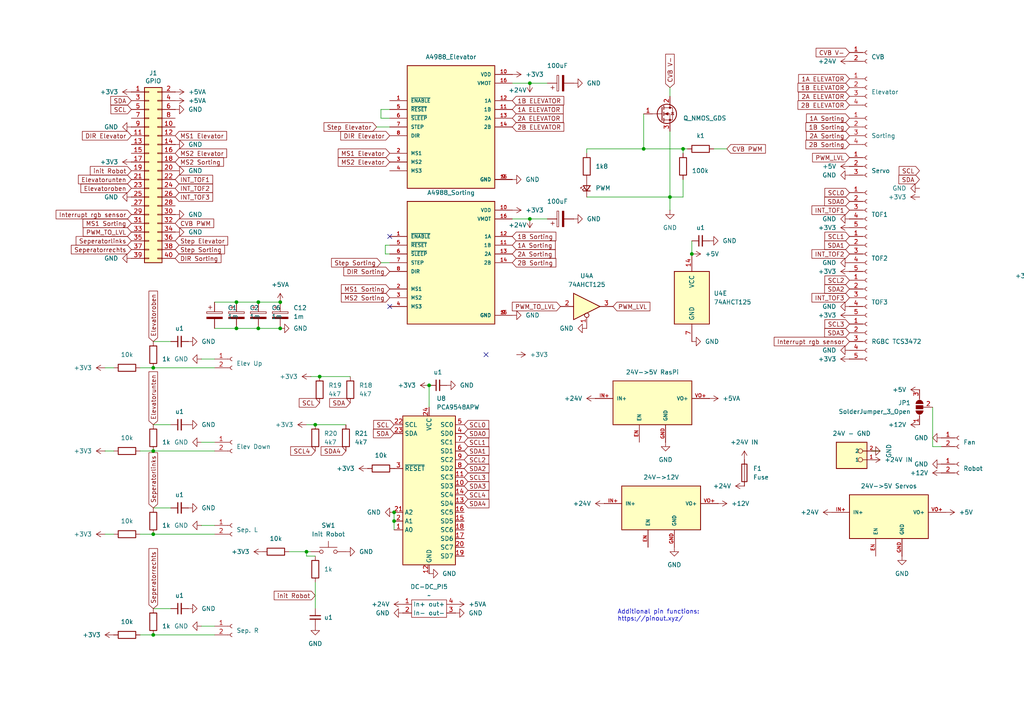
<source format=kicad_sch>
(kicad_sch (version 20250114) (generator "eeschema") (generator_version "9.0")
  (paper "A4")
  (title_block (date "15 nov 2012"))
  (text "Additional pin functions:\nhttps://pinout.xyz/" (at 179.07 180.34 0) (effects (font (size 1.27 1.27)) (justify left bottom)))
  (junction (at 332.74 95.25))
  (junction (at 68.58 95.25))
  (junction (at 334.01 101.6))
  (junction (at 341.63 101.6))
  (junction (at 44.45 184.15))
  (junction (at 44.45 154.94))
  (junction (at 200.66 73.66))
  (junction (at 153.67 24.13))
  (junction (at -39.37 91.44))
  (junction (at 303.53 85.09))
  (junction (at 81.28 95.25))
  (junction (at 124.46 111.76))
  (junction (at 114.3 148.59))
  (junction (at 186.69 43.18))
  (junction (at 332.74 100.33))
  (junction (at 198.12 43.18))
  (junction (at 92.71 109.22))
  (junction (at 341.63 80.01))
  (junction (at 320.04 114.3))
  (junction (at 309.88 80.01))
  (junction (at 303.53 80.01))
  (junction (at 91.44 123.19))
  (junction (at 88.9 160.02))
  (junction (at 332.74 88.9))
  (junction (at -39.37 59.69))
  (junction (at 332.74 93.98))
  (junction (at 74.93 95.25))
  (junction (at 317.5 114.3))
  (junction (at 44.45 130.81))
  (junction (at 114.3 151.13))
  (junction (at -39.37 76.2))
  (junction (at 194.31 57.15))
  (junction (at 81.28 87.63))
  (junction (at 44.45 106.68))
  (junction (at 153.67 63.5))
  (junction (at 74.93 87.63))
  (junction (at 330.2 114.3))
  (junction (at 334.01 114.3))
  (junction (at 68.58 87.63))
  (no_connect (at 307.34 100.33))
  (no_connect (at 140.97 102.87))
  (no_connect (at 307.34 102.87))
  (no_connect (at 113.03 88.9))
  (no_connect (at 113.03 68.58))
  (no_connect (at 307.34 96.52))
  (wire (pts (xy 199.39 43.18) (xy 198.12 43.18)))
  (wire (pts (xy 40.64 130.81) (xy 44.45 130.81)))
  (wire (pts (xy 110.49 31.75) (xy 110.49 34.29)))
  (wire (pts (xy 332.74 95.25) (xy 337.82 95.25)))
  (wire (pts (xy 330.2 91.44) (xy 330.2 88.9)))
  (wire (pts (xy 91.44 123.19) (xy 100.33 123.19)))
  (wire (pts (xy 341.63 106.68) (xy 341.63 114.3)))
  (wire (pts (xy 337.82 96.52) (xy 337.82 95.25)))
  (wire (pts (xy 349.25 88.9) (xy 345.44 88.9)))
  (wire (pts (xy 332.74 100.33) (xy 337.82 100.33)))
  (wire (pts (xy 110.49 34.29) (xy 113.03 34.29)))
  (wire (pts (xy 186.69 33.02) (xy 186.69 43.18)))
  (wire (pts (xy 92.71 109.22) (xy 101.6 109.22)))
  (wire (pts (xy 320.04 80.01) (xy 341.63 80.01)))
  (wire (pts (xy 345.44 93.98) (xy 347.98 93.98)))
  (wire (pts (xy 320.04 86.36) (xy 320.04 80.01)))
  (wire (pts (xy 270.51 129.54) (xy 270.51 118.11)))
  (wire (pts (xy 44.45 130.81) (xy 62.23 130.81)))
  (wire (pts (xy 334.01 114.3) (xy 330.2 114.3)))
  (wire (pts (xy 62.23 87.63) (xy 68.58 87.63)))
  (wire (pts (xy 255.27 130.81) (xy 252.73 130.81)))
  (wire (pts (xy 307.34 106.68) (xy 307.34 109.22)))
  (wire (pts (xy 91.44 161.29) (xy 88.9 161.29)))
  (wire (pts (xy 153.67 63.5) (xy 158.75 63.5)))
  (wire (pts (xy 303.53 85.09) (xy 309.88 85.09)))
  (wire (pts (xy 68.58 87.63) (xy 74.93 87.63)))
  (wire (pts (xy 113.03 31.75) (xy 110.49 31.75)))
  (wire (pts (xy 40.64 154.94) (xy 44.45 154.94)))
  (wire (pts (xy 58.42 181.61) (xy 62.23 181.61)))
  (wire (pts (xy 341.63 80.01) (xy 351.79 80.01)))
  (wire (pts (xy 148.59 63.5) (xy 153.67 63.5)))
  (wire (pts (xy 346.71 102.87) (xy 346.71 96.52)))
  (wire (pts (xy 111.76 71.12) (xy 111.76 73.66)))
  (wire (pts (xy 153.67 24.13) (xy 158.75 24.13)))
  (wire (pts (xy 74.93 95.25) (xy 81.28 95.25)))
  (wire (pts (xy 30.48 106.68) (xy 33.02 106.68)))
  (wire (pts (xy 114.3 148.59) (xy 114.3 151.13)))
  (wire (pts (xy 345.44 105.41) (xy 351.79 105.41)))
  (wire (pts (xy 320.04 110.49) (xy 320.04 114.3)))
  (wire (pts (xy -31.75 97.79) (xy -39.37 97.79)))
  (wire (pts (xy 330.2 93.98) (xy 332.74 93.98)))
  (wire (pts (xy 44.45 154.94) (xy 62.23 154.94)))
  (wire (pts (xy 170.18 57.15) (xy 194.31 57.15)))
  (wire (pts (xy 351.79 95.25) (xy 360.68 95.25)))
  (wire (pts (xy 255.27 133.35) (xy 252.73 133.35)))
  (wire (pts (xy 113.03 71.12) (xy 111.76 71.12)))
  (wire (pts (xy 307.34 114.3) (xy 317.5 114.3)))
  (wire (pts (xy -39.37 82.55) (xy -39.37 76.2)))
  (wire (pts (xy 330.2 99.06) (xy 330.2 100.33)))
  (wire (pts (xy 44.45 123.19) (xy 49.53 123.19)))
  (wire (pts (xy 200.66 69.85) (xy 200.66 73.66)))
  (wire (pts (xy 317.5 114.3) (xy 317.5 110.49)))
  (wire (pts (xy 194.31 25.4) (xy 194.31 27.94)))
  (wire (pts (xy 194.31 57.15) (xy 194.31 60.96)))
  (wire (pts (xy 337.82 99.06) (xy 337.82 100.33)))
  (wire (pts (xy 62.23 95.25) (xy 68.58 95.25)))
  (wire (pts (xy 68.58 95.25) (xy 74.93 95.25)))
  (wire (pts (xy 88.9 161.29) (xy 88.9 160.02)))
  (wire (pts (xy 58.42 152.4) (xy 62.23 152.4)))
  (wire (pts (xy 332.74 88.9) (xy 337.82 88.9)))
  (wire (pts (xy 44.45 99.06) (xy 49.53 99.06)))
  (wire (pts (xy 74.93 87.63) (xy 81.28 87.63)))
  (wire (pts (xy -39.37 91.44) (xy -39.37 97.79)))
  (wire (pts (xy 111.76 73.66) (xy 113.03 73.66)))
  (wire (pts (xy -39.37 66.04) (xy -39.37 59.69)))
  (wire (pts (xy 194.31 57.15) (xy 198.12 57.15)))
  (wire (pts (xy 349.25 88.9) (xy 349.25 97.79)))
  (wire (pts (xy 332.74 93.98) (xy 337.82 93.98)))
  (wire (pts (xy 194.31 38.1) (xy 194.31 57.15)))
  (wire (pts (xy -31.75 82.55) (xy -39.37 82.55)))
  (wire (pts (xy 90.17 160.02) (xy 88.9 160.02)))
  (wire (pts (xy 124.46 111.76) (xy 124.46 118.11)))
  (wire (pts (xy 109.22 36.83) (xy 113.03 36.83)))
  (wire (pts (xy 330.2 95.25) (xy 332.74 95.25)))
  (wire (pts (xy 309.88 80.01) (xy 317.5 80.01)))
  (wire (pts (xy 88.9 123.19) (xy 91.44 123.19)))
  (wire (pts (xy 186.69 43.18) (xy 198.12 43.18)))
  (wire (pts (xy 91.44 168.91) (xy 91.44 176.53)))
  (wire (pts (xy 170.18 43.18) (xy 170.18 44.45)))
  (wire (pts (xy 207.01 43.18) (xy 210.82 43.18)))
  (wire (pts (xy 44.45 184.15) (xy 62.23 184.15)))
  (wire (pts (xy 330.2 114.3) (xy 320.04 114.3)))
  (wire (pts (xy 44.45 176.53) (xy 49.53 176.53)))
  (wire (pts (xy 347.98 100.33) (xy 351.79 100.33)))
  (wire (pts (xy 351.79 80.01) (xy 351.79 92.71)))
  (wire (pts (xy 198.12 57.15) (xy 198.12 52.07)))
  (wire (pts (xy 88.9 160.02) (xy 83.82 160.02)))
  (wire (pts (xy 334.01 106.68) (xy 334.01 114.3)))
  (wire (pts (xy 317.5 80.01) (xy 317.5 86.36)))
  (wire (pts (xy 351.79 102.87) (xy 346.71 102.87)))
  (wire (pts (xy 330.2 100.33) (xy 332.74 100.33)))
  (wire (pts (xy 334.01 101.6) (xy 341.63 101.6)))
  (wire (pts (xy 341.63 114.3) (xy 334.01 114.3)))
  (wire (pts (xy 40.64 184.15) (xy 44.45 184.15)))
  (wire (pts (xy 90.17 109.22) (xy 92.71 109.22)))
  (wire (pts (xy 347.98 93.98) (xy 347.98 100.33)))
  (wire (pts (xy 346.71 96.52) (xy 345.44 96.52)))
  (wire (pts (xy 320.04 114.3) (xy 317.5 114.3)))
  (wire (pts (xy -31.75 66.04) (xy -39.37 66.04)))
  (wire (pts (xy 170.18 43.18) (xy 186.69 43.18)))
  (wire (pts (xy 110.49 76.2) (xy 113.03 76.2)))
  (wire (pts (xy 44.45 106.68) (xy 62.23 106.68)))
  (wire (pts (xy 349.25 97.79) (xy 351.79 97.79)))
  (wire (pts (xy 30.48 130.81) (xy 33.02 130.81)))
  (wire (pts (xy 330.2 96.52) (xy 330.2 95.25)))
  (wire (pts (xy 198.12 43.18) (xy 198.12 44.45)))
  (wire (pts (xy 273.05 129.54) (xy 270.51 129.54)))
  (wire (pts (xy 44.45 147.32) (xy 49.53 147.32)))
  (wire (pts (xy 330.2 101.6) (xy 334.01 101.6)))
  (wire (pts (xy 40.64 106.68) (xy 44.45 106.68)))
  (wire (pts (xy 303.53 80.01) (xy 309.88 80.01)))
  (wire (pts (xy 341.63 80.01) (xy 341.63 101.6)))
  (wire (pts (xy 114.3 151.13) (xy 114.3 153.67)))
  (wire (pts (xy 330.2 104.14) (xy 330.2 114.3)))
  (wire (pts (xy 58.42 128.27) (xy 62.23 128.27)))
  (wire (pts (xy 330.2 88.9) (xy 332.74 88.9)))
  (wire (pts (xy 345.44 99.06) (xy 345.44 105.41)))
  (wire (pts (xy 148.59 24.13) (xy 153.67 24.13)))
  (wire (pts (xy 58.42 104.14) (xy 62.23 104.14)))
  (wire (pts (xy 30.48 154.94) (xy 33.02 154.94)))
  (global_label "SCL3" (shape input) (at 134.62 138.43 0) (property "Intersheetrefs" "${INTERSHEET_REFS}" (effects (hide yes))))
  (global_label "INT_TOF3" (shape input) (at 246.38 86.36 180) (property "Intersheetrefs" "${INTERSHEET_REFS}" (effects (hide yes))))
  (global_label "SDA4" (shape input) (at 134.62 146.05 0) (property "Intersheetrefs" "${INTERSHEET_REFS}" (effects (hide yes))))
  (global_label "2B Sorting" (shape input) (at 246.38 41.91 180) (property "Intersheetrefs" "${INTERSHEET_REFS}" (effects (hide yes))))
  (global_label "INT_TOF1" (shape input) (at 246.38 60.96 180) (property "Intersheetrefs" "${INTERSHEET_REFS}" (effects (hide yes))))
  (global_label "1A Sorting" (shape input) (at 148.59 71.12 0) (property "Intersheetrefs" "${INTERSHEET_REFS}" (effects (hide yes))))
  (global_label "2A ELEVATOR" (shape input) (at 246.38 27.94 180) (property "Intersheetrefs" "${INTERSHEET_REFS}" (effects (hide yes))))
  (global_label "INT_TOF3" (shape input) (at 50.8 57.15 0) (property "Intersheetrefs" "${INTERSHEET_REFS}" (effects (hide yes))))
  (global_label "MS1 Sorting" (shape input) (at 113.03 83.82 180) (property "Intersheetrefs" "${INTERSHEET_REFS}" (effects (hide yes))))
  (global_label "PWM_TO_LVL" (shape input) (at 162.56 88.9 180) (property "Intersheetrefs" "${INTERSHEET_REFS}" (effects (hide yes))))
  (global_label "SCL0" (shape input) (at 134.62 123.19 0) (property "Intersheetrefs" "${INTERSHEET_REFS}" (effects (hide yes))))
  (global_label "Elevatorunten" (shape input) (at 38.1 52.07 180) (property "Intersheetrefs" "${INTERSHEET_REFS}" (effects (hide yes))))
  (global_label "MS1 Sorting" (shape input) (at 38.1 64.77 180) (property "Intersheetrefs" "${INTERSHEET_REFS}" (effects (hide yes))))
  (global_label "Seperatorrechts" (shape input) (at 44.45 176.53 90) (property "Intersheetrefs" "${INTERSHEET_REFS}" (effects (hide yes))))
  (global_label "1B Sorting" (shape input) (at 246.38 36.83 180) (property "Intersheetrefs" "${INTERSHEET_REFS}" (effects (hide yes))))
  (global_label "CVB PWM" (shape input) (at 50.8 64.77 0) (property "Intersheetrefs" "${INTERSHEET_REFS}" (effects (hide yes))))
  (global_label "Step Sorting" (shape input) (at 110.49 76.2 180) (property "Intersheetrefs" "${INTERSHEET_REFS}" (effects (hide yes))))
  (global_label "SDA0" (shape input) (at 134.62 125.73 0) (property "Intersheetrefs" "${INTERSHEET_REFS}" (effects (hide yes))))
  (global_label "Seperatorlinks" (shape input) (at 38.1 69.85 180) (property "Intersheetrefs" "${INTERSHEET_REFS}" (effects (hide yes))))
  (global_label "CVB V-" (shape input) (at 246.38 15.24 180) (property "Intersheetrefs" "${INTERSHEET_REFS}" (effects (hide yes))))
  (global_label "Seperatorrechts" (shape input) (at 38.1 72.39 180) (property "Intersheetrefs" "${INTERSHEET_REFS}" (effects (hide yes))))
  (global_label "DIR Elevator" (shape input) (at 38.1 39.37 180) (property "Intersheetrefs" "${INTERSHEET_REFS}" (effects (hide yes))))
  (global_label "init Robot" (shape input) (at 38.1 49.53 180) (property "Intersheetrefs" "${INTERSHEET_REFS}" (effects (hide yes))))
  (global_label "SCL" (shape input) (at 92.71 116.84 180) (property "Intersheetrefs" "${INTERSHEET_REFS}" (effects (hide yes))))
  (global_label "SDA2" (shape input) (at 134.62 135.89 0) (property "Intersheetrefs" "${INTERSHEET_REFS}" (effects (hide yes))))
  (global_label "Interrupt rgb sensor" (shape input) (at 38.1 62.23 180) (property "Intersheetrefs" "${INTERSHEET_REFS}" (effects (hide yes))))
  (global_label "2B Sorting" (shape input) (at 148.59 76.2 0) (property "Intersheetrefs" "${INTERSHEET_REFS}" (effects (hide yes))))
  (global_label "CVB V-" (shape input) (at 194.31 25.4 90) (property "Intersheetrefs" "${INTERSHEET_REFS}" (effects (hide yes))))
  (global_label "Interrupt rgb sensor" (shape input) (at 246.38 99.06 180) (property "Intersheetrefs" "${INTERSHEET_REFS}" (effects (hide yes))))
  (global_label "Elevatoroben" (shape input) (at 44.45 99.06 90) (property "Intersheetrefs" "${INTERSHEET_REFS}" (effects (hide yes))))
  (global_label "DIR Elevator" (shape input) (at 113.03 39.37 180) (property "Intersheetrefs" "${INTERSHEET_REFS}" (effects (hide yes))))
  (global_label "DIR Sorting" (shape input) (at 50.8 74.93 0) (property "Intersheetrefs" "${INTERSHEET_REFS}" (effects (hide yes))))
  (global_label "Step Sorting" (shape input) (at 50.8 72.39 0) (property "Intersheetrefs" "${INTERSHEET_REFS}" (effects (hide yes))))
  (global_label "2B ELEVATOR" (shape input) (at 148.59 36.83 0) (property "Intersheetrefs" "${INTERSHEET_REFS}" (effects (hide yes))))
  (global_label "SDA3" (shape input) (at 134.62 140.97 0) (property "Intersheetrefs" "${INTERSHEET_REFS}" (effects (hide yes))))
  (global_label "SDA" (shape input) (at 266.7 52.07 180) (property "Intersheetrefs" "${INTERSHEET_REFS}" (effects (hide yes))))
  (global_label "PWM_LVL" (shape input) (at 177.8 88.9 0) (property "Intersheetrefs" "${INTERSHEET_REFS}" (effects (hide yes))))
  (global_label "SDA" (shape input) (at 38.1 29.21 180) (property "Intersheetrefs" "${INTERSHEET_REFS}" (effects (hide yes))))
  (global_label "SCL1" (shape input) (at 134.62 128.27 0) (property "Intersheetrefs" "${INTERSHEET_REFS}" (effects (hide yes))))
  (global_label "DIR Sorting" (shape input) (at 113.03 78.74 180) (property "Intersheetrefs" "${INTERSHEET_REFS}" (effects (hide yes))))
  (global_label "SDA3" (shape input) (at 246.38 96.52 180) (property "Intersheetrefs" "${INTERSHEET_REFS}" (effects (hide yes))))
  (global_label "SDA4" (shape input) (at 307.34 93.98 180) (property "Intersheetrefs" "${INTERSHEET_REFS}" (effects (hide yes))))
  (global_label "SDA4" (shape input) (at 100.33 130.81 180) (property "Intersheetrefs" "${INTERSHEET_REFS}" (effects (hide yes))))
  (global_label "SDA2" (shape input) (at 246.38 83.82 180) (property "Intersheetrefs" "${INTERSHEET_REFS}" (effects (hide yes))))
  (global_label "PWM_TO_LVL" (shape input) (at 38.1 67.31 180) (property "Intersheetrefs" "${INTERSHEET_REFS}" (effects (hide yes))))
  (global_label "PWM_LVL" (shape input) (at 246.38 45.72 180) (property "Intersheetrefs" "${INTERSHEET_REFS}" (effects (hide yes))))
  (global_label "Step Elevator" (shape input) (at 109.22 36.83 180) (property "Intersheetrefs" "${INTERSHEET_REFS}" (effects (hide yes))))
  (global_label "SCL" (shape input) (at 114.3 123.19 180) (property "Intersheetrefs" "${INTERSHEET_REFS}" (effects (hide yes))))
  (global_label "Seperatorlinks" (shape input) (at 44.45 147.32 90) (property "Intersheetrefs" "${INTERSHEET_REFS}" (effects (hide yes))))
  (global_label "2B ELEVATOR" (shape input) (at 246.38 30.48 180) (property "Intersheetrefs" "${INTERSHEET_REFS}" (effects (hide yes))))
  (global_label "Elevatoroben" (shape input) (at 38.1 54.61 180) (property "Intersheetrefs" "${INTERSHEET_REFS}" (effects (hide yes))))
  (global_label "init Robot" (shape input) (at 91.44 172.72 180) (property "Intersheetrefs" "${INTERSHEET_REFS}" (effects (hide yes))))
  (global_label "SCL3" (shape input) (at 246.38 93.98 180) (property "Intersheetrefs" "${INTERSHEET_REFS}" (effects (hide yes))))
  (global_label "SDA1" (shape input) (at 134.62 130.81 0) (property "Intersheetrefs" "${INTERSHEET_REFS}" (effects (hide yes))))
  (global_label "MS1 Elevator" (shape input) (at 50.8 39.37 0) (property "Intersheetrefs" "${INTERSHEET_REFS}" (effects (hide yes))))
  (global_label "MS1 Elevator" (shape input) (at 113.03 44.45 180) (property "Intersheetrefs" "${INTERSHEET_REFS}" (effects (hide yes))))
  (global_label "INT_TOF1" (shape input) (at 50.8 52.07 0) (property "Intersheetrefs" "${INTERSHEET_REFS}" (effects (hide yes))))
  (global_label "SCL2" (shape input) (at 134.62 133.35 0) (property "Intersheetrefs" "${INTERSHEET_REFS}" (effects (hide yes))))
  (global_label "SCL4" (shape input) (at 134.62 143.51 0) (property "Intersheetrefs" "${INTERSHEET_REFS}" (effects (hide yes))))
  (global_label "1A ELEVATOR" (shape input) (at 148.59 31.75 0) (property "Intersheetrefs" "${INTERSHEET_REFS}" (effects (hide yes))))
  (global_label "SCL1" (shape input) (at 246.38 68.58 180) (property "Intersheetrefs" "${INTERSHEET_REFS}" (effects (hide yes))))
  (global_label "MS2 Elevator" (shape input) (at 50.8 44.45 0) (property "Intersheetrefs" "${INTERSHEET_REFS}" (effects (hide yes))))
  (global_label "1A Sorting" (shape input) (at 246.38 34.29 180) (property "Intersheetrefs" "${INTERSHEET_REFS}" (effects (hide yes))))
  (global_label "Step Elevator" (shape input) (at 50.8 69.85 0) (property "Intersheetrefs" "${INTERSHEET_REFS}" (effects (hide yes))))
  (global_label "SCL" (shape input) (at 38.1 31.75 180) (property "Intersheetrefs" "${INTERSHEET_REFS}" (effects (hide yes))))
  (global_label "2A Sorting" (shape input) (at 246.38 39.37 180) (property "Intersheetrefs" "${INTERSHEET_REFS}" (effects (hide yes))))
  (global_label "1B ELEVATOR" (shape input) (at 148.59 29.21 0) (property "Intersheetrefs" "${INTERSHEET_REFS}" (effects (hide yes))))
  (global_label "MS2 Sorting" (shape input) (at 113.03 86.36 180) (property "Intersheetrefs" "${INTERSHEET_REFS}" (effects (hide yes))))
  (global_label "SDA" (shape input) (at 101.6 116.84 180) (property "Intersheetrefs" "${INTERSHEET_REFS}" (effects (hide yes))))
  (global_label "MS2 Elevator" (shape input) (at 113.03 46.99 180) (property "Intersheetrefs" "${INTERSHEET_REFS}" (effects (hide yes))))
  (global_label "INT_TOF2" (shape input) (at 50.8 54.61 0) (property "Intersheetrefs" "${INTERSHEET_REFS}" (effects (hide yes))))
  (global_label "CVB PWM" (shape input) (at 210.82 43.18 0) (property "Intersheetrefs" "${INTERSHEET_REFS}" (effects (hide yes))))
  (global_label "SCL2" (shape input) (at 246.38 81.28 180) (property "Intersheetrefs" "${INTERSHEET_REFS}" (effects (hide yes))))
  (global_label "1B ELEVATOR" (shape input) (at 246.38 25.4 180) (property "Intersheetrefs" "${INTERSHEET_REFS}" (effects (hide yes))))
  (global_label "Elevatorunten" (shape input) (at 44.45 123.19 90) (property "Intersheetrefs" "${INTERSHEET_REFS}" (effects (hide yes))))
  (global_label "SCL4" (shape input) (at 307.34 91.44 180) (property "Intersheetrefs" "${INTERSHEET_REFS}" (effects (hide yes))))
  (global_label "SDA0" (shape input) (at 246.38 58.42 180) (property "Intersheetrefs" "${INTERSHEET_REFS}" (effects (hide yes))))
  (global_label "INT_TOF2" (shape input) (at 246.38 73.66 180) (property "Intersheetrefs" "${INTERSHEET_REFS}" (effects (hide yes))))
  (global_label "1A ELEVATOR" (shape input) (at 246.38 22.86 180) (property "Intersheetrefs" "${INTERSHEET_REFS}" (effects (hide yes))))
  (global_label "2A ELEVATOR" (shape input) (at 148.59 34.29 0) (property "Intersheetrefs" "${INTERSHEET_REFS}" (effects (hide yes))))
  (global_label "SCL0" (shape input) (at 246.38 55.88 180) (property "Intersheetrefs" "${INTERSHEET_REFS}" (effects (hide yes))))
  (global_label "SDA1" (shape input) (at 246.38 71.12 180) (property "Intersheetrefs" "${INTERSHEET_REFS}" (effects (hide yes))))
  (global_label "2A Sorting" (shape input) (at 148.59 73.66 0) (property "Intersheetrefs" "${INTERSHEET_REFS}" (effects (hide yes))))
  (global_label "MS2 Sorting" (shape input) (at 50.8 46.99 0) (property "Intersheetrefs" "${INTERSHEET_REFS}" (effects (hide yes))))
  (global_label "SCL" (shape input) (at 266.7 49.53 180) (property "Intersheetrefs" "${INTERSHEET_REFS}" (effects (hide yes))))
  (global_label "1B Sorting" (shape input) (at 148.59 68.58 0) (property "Intersheetrefs" "${INTERSHEET_REFS}" (effects (hide yes))))
  (global_label "SCL4" (shape input) (at 91.44 130.81 180) (property "Intersheetrefs" "${INTERSHEET_REFS}" (effects (hide yes))))
  (global_label "SDA" (shape input) (at 114.3 125.73 180) (property "Intersheetrefs" "${INTERSHEET_REFS}" (effects (hide yes))))
  (symbol (lib_id "Connector_Generic:Conn_02x20_Odd_Even") (at 43.18 49.53 0) (unit 1)
    (property "Reference" "J1" (at 44.45 21.1898 0))
    (property "Value" "GPIO" (at 44.45 23.495 0))
    (property "Footprint" "Connector_PinSocket_2.54mm:PinSocket_2x20_P2.54mm_Vertical" (effects (hide yes)))
    (property "Description" "Generic connector, double row, 02x20, odd/even pin numbering scheme (row 1 odd numbers, row 2 even numbers), script generated (kicad-library-utils/schlib/autogen/connector/)" (effects (hide yes)))
  )
  (symbol (lib_id "Device:R") (at 198.12 48.26 180) (unit 1)
    (property "Reference" "R3" (effects (hide yes)))
    (property "Value" "100k" (at 200.66 49.5299 0) (effects (justify right)))
    (property "Footprint" "Resistor_SMD:R_0805_2012Metric_Pad1.20x1.40mm_HandSolder" (effects (hide yes)))
    (property "Description" "Resistor" (effects (hide yes)))
  )
  (symbol (lib_id "Connector:Conn_01x05_Socket") (at 251.46 60.96 0) (unit 1)
    (property "Reference" "J19" (effects (hide yes)))
    (property "Value" "TOF1" (at 252.73 62.2299 0) (effects (justify left)))
    (property "Footprint" "Connector_JST:JST_XH_B5B-XH-A_1x05_P2.50mm_Vertical" (effects (hide yes)))
    (property "Description" "Generic connector, single row, 01x05, script generated" (effects (hide yes)))
  )
  (symbol (lib_id "power:GND") (at 246.38 76.2 270) (unit 1)
    (property "Reference" "#PWR046" (effects (hide yes)))
    (property "Value" "GND" (at 242.57 76.1999 90) (effects (justify right)))
    (property "Description" "Power symbol creates a global label with name \"GND\" , ground" (effects (hide yes)))
  )
  (symbol (lib_id "power:GND") (at 303.53 85.09 0) (unit 1)
    (property "Reference" "#PWR025" (effects (hide yes)))
    (property "Value" "GND" (at 303.53 90.17 0))
    (property "Description" "Power symbol creates a global label with name \"GND\" , ground" (effects (hide yes)))
  )
  (symbol (lib_id "power:+3V3") (at 106.68 135.89 90) (unit 1)
    (property "Reference" "#PWR083" (effects (hide yes)))
    (property "Value" "+3V3" (at 102.87 135.8899 90) (effects (justify left)))
    (property "Description" "Power symbol creates a global label with name \"+3V3\"" (effects (hide yes)))
  )
  (symbol (lib_id "power:GND") (at 50.8 49.53 90) (unit 1)
    (property "Reference" "#PWR074" (effects (hide yes)))
    (property "Value" "GND" (at 54.61 49.5299 90) (effects (justify right)))
    (property "Description" "Power symbol creates a global label with name \"GND\" , ground" (effects (hide yes)))
  )
  (symbol (lib_id "power:GND") (at 273.05 127 270) (unit 1)
    (property "Reference" "#PWR075" (effects (hide yes)))
    (property "Value" "GND" (at 269.24 126.9999 90) (effects (justify right)))
    (property "Description" "Power symbol creates a global label with name \"GND\" , ground" (effects (hide yes)))
  )
  (symbol (lib_id "Device:R") (at 110.49 135.89 270) (unit 1)
    (property "Reference" "R22" (effects (hide yes)))
    (property "Value" "10k" (at 110.49 132.08 90))
    (property "Footprint" "Resistor_SMD:R_0805_2012Metric_Pad1.20x1.40mm_HandSolder" (effects (hide yes)))
    (property "Description" "Resistor" (effects (hide yes)))
  )
  (symbol (lib_id "power:+12V") (at 273.05 137.16 90) (unit 1)
    (property "Reference" "#PWR048" (effects (hide yes)))
    (property "Value" "+12V" (at 269.24 137.1599 90) (effects (justify left)))
    (property "Description" "Power symbol creates a global label with name \"+12V\"" (effects (hide yes)))
  )
  (symbol (lib_id "power:GND") (at 91.44 181.61 0) (unit 1)
    (property "Reference" "#PWR070" (effects (hide yes)))
    (property "Value" "GND" (at 91.44 186.69 0))
    (property "Description" "Power symbol creates a global label with name \"GND\" , ground" (effects (hide yes)))
  )
  (symbol (lib_id "power:GND") (at 246.38 101.6 270) (unit 1)
    (property "Reference" "#PWR06" (effects (hide yes)))
    (property "Value" "GND" (at 242.57 101.5999 90) (effects (justify right)))
    (property "Description" "Power symbol creates a global label with name \"GND\" , ground" (effects (hide yes)))
  )
  (symbol (lib_id "Device:C_Small") (at 52.07 123.19 90) (unit 1)
    (property "Reference" "C8" (effects (hide yes)))
    (property "Value" "u1" (at 52.0763 119.38 90))
    (property "Footprint" "Capacitor_SMD:C_0805_2012Metric_Pad1.18x1.45mm_HandSolder" (effects (hide yes)))
    (property "Description" "Unpolarized capacitor, small symbol" (effects (hide yes)))
  )
  (symbol (lib_id "power:+5V") (at 274.32 148.59 270) (unit 1)
    (property "Reference" "#PWR027" (effects (hide yes)))
    (property "Value" "+5V" (at 278.13 148.5899 90) (effects (justify left)))
    (property "Description" "Power symbol creates a global label with name \"+5V\"" (effects (hide yes)))
  )
  (symbol (lib_id "Device:C_Polarized") (at 62.23 91.44 0) (unit 1)
    (property "Reference" "C1" (at 66.04 89.2809 0) (effects (justify left)))
    (property "Value" "1m" (at 66.04 91.8209 0) (effects (justify left)))
    (property "Footprint" "Capacitor_THT:CP_Radial_D8.0mm_P5.00mm" (effects (hide yes)))
    (property "Description" "Polarized capacitor" (effects (hide yes)))
  )
  (symbol (lib_id "power:+24V") (at 252.73 133.35 270) (unit 1)
    (property "Reference" "#PWR056" (effects (hide yes)))
    (property "Value" "+24V IN" (at 256.54 133.3499 90) (effects (justify left)))
    (property "Description" "Power symbol creates a global label with name \"+24V\"" (effects (hide yes)))
  )
  (symbol (lib_id "Motor:Fan") (at -58.42 85.09 0) (unit 1)
    (property "Reference" "M1" (at -52.07 83.8199 0) (effects (justify left)))
    (property "Value" "Fan" (at -52.07 86.3599 0) (effects (justify left)))
    (property "Footprint" "liebler_MECH:FAN2507" (effects (hide yes)))
    (property "Description" "Fan" (effects (hide yes)))
  )
  (symbol (lib_id "Connector:Conn_01x04_Socket") (at 251.46 25.4 0) (unit 1)
    (property "Reference" "J8" (effects (hide yes)))
    (property "Value" "Elevator" (at 252.73 26.6699 0) (effects (justify left)))
    (property "Footprint" "Connector_JST:JST_XH_B4B-XH-A_1x04_P2.50mm_Vertical" (effects (hide yes)))
    (property "Description" "Generic connector, single row, 01x04, script generated" (effects (hide yes)))
  )
  (symbol (lib_id "power:+3V3") (at 30.48 106.68 90) (unit 1)
    (property "Reference" "#PWR030" (effects (hide yes)))
    (property "Value" "+3V3" (at 26.67 106.6799 90) (effects (justify left)))
    (property "Description" "Power symbol creates a global label with name \"+3V3\"" (effects (hide yes)))
  )
  (symbol (lib_id "HW-613:HW-613") (at 193.04 143.51 0) (unit 1)
    (property "Reference" "U6" (effects (hide yes)))
    (property "Value" "24V->12V" (at 191.77 138.43 0))
    (property "Footprint" "liebler_MODULES:DCDC_HW613" (effects (hide yes)))
    (property "MF" "Not Specified" (effects (hide yes)))
    (property "Description_1" "RES 13M OHM 2% 1/2W AXIAL" (effects (hide yes)))
    (property "Package" "None" (effects (hide yes)))
    (property "Price" "None" (effects (hide yes)))
    (property "SnapEDA_Link" "https://www.snapeda.com/parts/HW613/CIF/view-part/?ref=snap" (effects (hide yes)))
    (property "MP" "HW613" (effects (hide yes)))
    (property "Availability" "Not in stock" (effects (hide yes)))
    (property "Check_prices" "https://www.snapeda.com/parts/HW613/CIF/view-part/?ref=eda" (effects (hide yes)))
  )
  (symbol (lib_id "Device:R") (at 341.63 88.9 270) (unit 1)
    (property "Reference" "R4" (effects (hide yes)))
    (property "Value" "51R" (at 341.63 88.9 90))
    (property "Footprint" "Resistor_SMD:R_0805_2012Metric_Pad1.20x1.40mm_HandSolder" (effects (hide yes)))
    (property "Description" "Resistor" (effects (hide yes)))
  )
  (symbol (lib_id "power:+3V3") (at 38.1 26.67 90) (unit 1)
    (property "Reference" "#PWR021" (effects (hide yes)))
    (property "Value" "+3V3" (at 34.29 26.6699 90) (effects (justify left)))
    (property "Description" "Power symbol creates a global label with name \"+3V3\"" (effects (hide yes)))
  )
  (symbol (lib_id "power:+3V3") (at 90.17 109.22 90) (mirror x) (unit 1)
    (property "Reference" "#PWR044" (effects (hide yes)))
    (property "Value" "+3V3" (at 86.36 109.2201 90) (effects (justify left)))
    (property "Description" "Power symbol creates a global label with name \"+3V3\"" (effects (hide yes)))
  )
  (symbol (lib_id "power:+3V3") (at 148.59 21.59 270) (unit 1)
    (property "Reference" "#PWR033" (effects (hide yes)))
    (property "Value" "+3V3" (at 152.4 21.5899 90) (effects (justify left)))
    (property "Description" "Power symbol creates a global label with name \"+3V3\"" (effects (hide yes)))
  )
  (symbol (lib_id "power:+12V") (at 208.28 146.05 270) (unit 1)
    (property "Reference" "#PWR028" (effects (hide yes)))
    (property "Value" "+12V" (at 212.09 146.0499 90) (effects (justify left)))
    (property "Description" "Power symbol creates a global label with name \"+12V\"" (effects (hide yes)))
  )
  (symbol (lib_id "Connector_Generic:Conn_01x06") (at 356.87 100.33 0) (mirror x) (unit 1)
    (property "Reference" "J3" (at 359.41 100.3301 0) (effects (justify left)))
    (property "Value" "Weight Sensor" (at 359.41 97.7901 0) (effects (justify left)))
    (property "Footprint" "Connector_JST:JST_XH_B6B-XH-A_1x06_P2.50mm_Vertical" (effects (hide yes)))
    (property "Description" "Generic connector, single row, 01x06, script generated (kicad-library-utils/schlib/autogen/connector/)" (effects (hide yes)))
  )
  (symbol (lib_id "Transistor_FET:Q_NMOS_GDS") (at 191.77 33.02 0) (unit 1)
    (property "Reference" "Q3" (effects (hide yes)))
    (property "Value" "Q_NMOS_GDS" (at 198.12 34.2899 0) (effects (justify left)))
    (property "Footprint" "Package_TO_SOT_THT:TO-220-3_Vertical" (effects (hide yes)))
    (property "Description" "N-MOSFET transistor, gate/drain/source" (effects (hide yes)))
  )
  (symbol (lib_id "power:GND") (at 38.1 57.15 270) (unit 1)
    (property "Reference" "#PWR026" (effects (hide yes)))
    (property "Value" "GND" (at 34.29 57.1499 90) (effects (justify right)))
    (property "Description" "Power symbol creates a global label with name \"GND\" , ground" (effects (hide yes)))
  )
  (symbol (lib_id "power:+5VA") (at 50.8 29.21 270) (unit 1)
    (property "Reference" "#PWR014" (effects (hide yes)))
    (property "Value" "+5VA" (at 54.61 29.2099 90) (effects (justify left)))
    (property "Description" "Power symbol creates a global label with name \"+5VA\"" (effects (hide yes)))
  )
  (symbol (lib_id "Switch:SW_Push") (at 95.25 160.02 0) (unit 1)
    (property "Reference" "SW1" (at 95.25 152.4 0))
    (property "Value" "Init Robot" (at 95.25 154.94 0))
    (property "Footprint" "Button_Switch_THT:SW_PUSH_6mm" (effects (hide yes)))
    (property "Description" "Push button switch, generic, two pins" (effects (hide yes)))
  )
  (symbol (lib_id "Connector:Conn_01x02_Socket") (at 251.46 15.24 0) (unit 1)
    (property "Reference" "J7" (effects (hide yes)))
    (property "Value" "CVB" (at 252.73 16.5099 0) (effects (justify left)))
    (property "Footprint" "Connector_JST:JST_XH_B2B-XH-A_1x02_P2.50mm_Vertical" (effects (hide yes)))
    (property "Description" "Generic connector, single row, 01x02, script generated" (effects (hide yes)))
  )
  (symbol (lib_id "Jumper:SolderJumper_3_Open") (at 266.7 118.11 90) (unit 1) (in_bom no)
    (property "Reference" "JP1" (at 264.16 116.8399 90) (effects (justify left)))
    (property "Value" "SolderJumper_3_Open" (at 264.16 119.3799 90) (effects (justify left)))
    (property "Footprint" "Jumper:SolderJumper-3_P1.3mm_Open_RoundedPad1.0x1.5mm" (effects (hide yes)))
    (property "Description" "Solder Jumper, 3-pole, open" (effects (hide yes)))
  )
  (symbol (lib_id "Device:R") (at 100.33 127 0) (unit 1)
    (property "Reference" "R21" (at 102.87 125.7299 0) (effects (justify left)))
    (property "Value" "4k7" (at 102.87 128.2699 0) (effects (justify left)))
    (property "Footprint" "Resistor_SMD:R_0805_2012Metric_Pad1.20x1.40mm_HandSolder" (effects (hide yes)))
    (property "Description" "Resistor" (effects (hide yes)))
  )
  (symbol (lib_id "Device:R") (at 36.83 154.94 270) (unit 1)
    (property "Reference" "R7" (effects (hide yes)))
    (property "Value" "10k" (at 36.83 151.13 90))
    (property "Footprint" "Resistor_SMD:R_0805_2012Metric_Pad1.20x1.40mm_HandSolder" (effects (hide yes)))
    (property "Description" "Resistor" (effects (hide yes)))
  )
  (symbol (lib_id "Device:R") (at 44.45 180.34 180) (unit 1)
    (property "Reference" "R14" (effects (hide yes)))
    (property "Value" "1k" (at 46.99 181.6099 0) (effects (justify right)))
    (property "Footprint" "Resistor_SMD:R_0805_2012Metric_Pad1.20x1.40mm_HandSolder" (effects (hide yes)))
    (property "Description" "Resistor" (effects (hide yes)))
  )
  (symbol (lib_id "power:GND") (at 54.61 99.06 90) (unit 1)
    (property "Reference" "#PWR063" (effects (hide yes)))
    (property "Value" "GND" (at 58.42 99.0599 90) (effects (justify right)))
    (property "Description" "Power symbol creates a global label with name \"GND\" , ground" (effects (hide yes)))
  )
  (symbol (lib_id "power:+5VA") (at 50.8 26.67 270) (unit 1)
    (property "Reference" "#PWR013" (effects (hide yes)))
    (property "Value" "+5VA" (at 54.61 26.6699 90) (effects (justify left)))
    (property "Description" "Power symbol creates a global label with name \"+5VA\"" (effects (hide yes)))
  )
  (symbol (lib_id "power:+3V3") (at 124.46 111.76 90) (mirror x) (unit 1)
    (property "Reference" "#PWR03" (effects (hide yes)))
    (property "Value" "+3V3" (at 120.65 111.7601 90) (effects (justify left)))
    (property "Description" "Power symbol creates a global label with name \"+3V3\"" (effects (hide yes)))
  )
  (symbol (lib_id "HW-613:HW-613") (at 259.08 146.05 0) (unit 1)
    (property "Reference" "U5" (effects (hide yes)))
    (property "Value" "24V->5V Servos" (at 257.81 140.97 0))
    (property "Footprint" "liebler_MODULES:DCDC_HW613" (effects (hide yes)))
    (property "MF" "Not Specified" (effects (hide yes)))
    (property "Description_1" "RES 13M OHM 2% 1/2W AXIAL" (effects (hide yes)))
    (property "Package" "None" (effects (hide yes)))
    (property "Price" "None" (effects (hide yes)))
    (property "SnapEDA_Link" "https://www.snapeda.com/parts/HW613/CIF/view-part/?ref=snap" (effects (hide yes)))
    (property "MP" "HW613" (effects (hide yes)))
    (property "Availability" "Not in stock" (effects (hide yes)))
    (property "Check_prices" "https://www.snapeda.com/parts/HW613/CIF/view-part/?ref=eda" (effects (hide yes)))
  )
  (symbol (lib_id "Device:R") (at 203.2 43.18 90) (unit 1)
    (property "Reference" "R1" (effects (hide yes)))
    (property "Value" "k1" (at 203.2 39.37 90))
    (property "Footprint" "Resistor_SMD:R_0805_2012Metric_Pad1.20x1.40mm_HandSolder" (effects (hide yes)))
    (property "Description" "Resistor" (effects (hide yes)))
  )
  (symbol (lib_id "Device:LED_Small") (at 170.18 54.61 90) (unit 1)
    (property "Reference" "D1" (effects (hide yes)))
    (property "Value" "PWM" (at 172.72 54.5464 90) (effects (justify right)))
    (property "Footprint" "LED_SMD:LED_0805_2012Metric_Pad1.15x1.40mm_HandSolder" (effects (hide yes)))
    (property "Description" "Light emitting diode, small symbol" (effects (hide yes)))
    (property "Sim.Pin" "1=K 2=A" (effects (hide yes)))
  )
  (symbol (lib_id "power:+3V3") (at 38.1 46.99 90) (unit 1)
    (property "Reference" "#PWR052" (effects (hide yes)))
    (property "Value" "+3V3" (at 34.29 46.9899 90) (effects (justify left)))
    (property "Description" "Power symbol creates a global label with name \"+3V3\"" (effects (hide yes)))
  )
  (symbol (lib_id "power:GND") (at 148.59 52.07 90) (unit 1)
    (property "Reference" "#PWR0102" (effects (hide yes)))
    (property "Value" "GND" (at 152.4 52.0699 90) (effects (justify right)))
    (property "Description" "Power symbol creates a global label with name \"GND\" , ground" (effects (hide yes)))
  )
  (symbol (lib_id "Device:R") (at 44.45 102.87 180) (unit 1)
    (property "Reference" "R10" (effects (hide yes)))
    (property "Value" "1k" (at 46.99 104.1399 0) (effects (justify right)))
    (property "Footprint" "Resistor_SMD:R_0805_2012Metric_Pad1.20x1.40mm_HandSolder" (effects (hide yes)))
    (property "Description" "Resistor" (effects (hide yes)))
  )
  (symbol (lib_id "power:+5VA") (at 132.08 175.26 270) (unit 1)
    (property "Reference" "#PWR034" (effects (hide yes)))
    (property "Value" "+5VA" (at 135.89 175.2599 90) (effects (justify left)))
    (property "Description" "Power symbol creates a global label with name \"+5VA\"" (effects (hide yes)))
  )
  (symbol (lib_id "Connector:Conn_01x05_Socket") (at 251.46 86.36 0) (unit 1)
    (property "Reference" "J17" (effects (hide yes)))
    (property "Value" "TOF3" (at 252.73 87.6299 0) (effects (justify left)))
    (property "Footprint" "Connector_JST:JST_XH_B5B-XH-A_1x05_P2.50mm_Vertical" (effects (hide yes)))
    (property "Description" "Generic connector, single row, 01x05, script generated" (effects (hide yes)))
  )
  (symbol (lib_id "power:GND") (at 320.04 114.3 0) (unit 1)
    (property "Reference" "#PWR010" (effects (hide yes)))
    (property "Value" "GND" (at 320.04 119.38 0))
    (property "Description" "Power symbol creates a global label with name \"GND\" , ground" (effects (hide yes)))
  )
  (symbol (lib_id "power:+3V3") (at 30.48 154.94 90) (unit 1)
    (property "Reference" "#PWR018" (effects (hide yes)))
    (property "Value" "+3V3" (at 26.67 154.9399 90) (effects (justify left)))
    (property "Description" "Power symbol creates a global label with name \"+3V3\"" (effects (hide yes)))
  )
  (symbol (lib_id "power:GND") (at 124.46 166.37 90) (unit 1)
    (property "Reference" "#PWR02" (effects (hide yes)))
    (property "Value" "GND" (at 128.27 166.3699 90) (effects (justify right)))
    (property "Description" "Power symbol creates a global label with name \"GND\" , ground" (effects (hide yes)))
  )
  (symbol (lib_id "74xx:74AHCT125") (at -31.75 91.44 0) (unit 4)
    (property "Reference" "U4" (at -31.75 82.55 0))
    (property "Value" "74AHCT125" (at -31.75 85.09 0))
    (property "Datasheet" "https://www.ti.com/lit/ds/symlink/sn74ahct125.pdf" (effects (hide yes)))
    (property "Description" "Quadruple Bus Buffer Gates With 3-State Outputs" (effects (hide yes)))
  )
  (symbol (lib_id "Device:R") (at 36.83 106.68 270) (unit 1)
    (property "Reference" "R9" (effects (hide yes)))
    (property "Value" "10k" (at 36.83 102.87 90))
    (property "Footprint" "Resistor_SMD:R_0805_2012Metric_Pad1.20x1.40mm_HandSolder" (effects (hide yes)))
    (property "Description" "Resistor" (effects (hide yes)))
  )
  (symbol (lib_id "Device:C_Small") (at 52.07 99.06 90) (unit 1)
    (property "Reference" "C7" (effects (hide yes)))
    (property "Value" "u1" (at 52.0763 95.25 90))
    (property "Footprint" "Capacitor_SMD:C_0805_2012Metric_Pad1.18x1.45mm_HandSolder" (effects (hide yes)))
    (property "Description" "Unpolarized capacitor, small symbol" (effects (hide yes)))
  )
  (symbol (lib_id "power:GND") (at 81.28 95.25 90) (unit 1)
    (property "Reference" "#PWR085" (effects (hide yes)))
    (property "Value" "GND" (at 85.09 95.2499 90) (effects (justify right)))
    (property "Description" "Power symbol creates a global label with name \"GND\" , ground" (effects (hide yes)))
  )
  (symbol (lib_id "A4988_STEPPER_MOTOR_DRIVER_CARRIER:A4988_STEPPER_MOTOR_DRIVER_CARRIER") (at 130.81 76.2 0) (unit 1)
    (property "Reference" "U2" (effects (hide yes)))
    (property "Value" "A4988_Sorting" (at 130.81 55.88 0))
    (property "Footprint" "liebler_MODULES:MODULE_A4988_STEPPER_MOTOR_DRIVER_CARRIER" (effects (hide yes)))
    (property "MF" "Pololu" (effects (hide yes)))
    (property "DESCRIPTION" "Stepper motor controler; IC: A4988; 1A; Uin mot: 8÷35V" (effects (hide yes)))
    (property "PACKAGE" "None" (effects (hide yes)))
    (property "PRICE" "None" (effects (hide yes)))
    (property "Package" "None" (effects (hide yes)))
    (property "Check_prices" "https://www.snapeda.com/parts/A4988%20STEPPER%20MOTOR%20DRIVER%20CARRIER/Pololu/view-part/?ref=eda" (effects (hide yes)))
    (property "Price" "None" (effects (hide yes)))
    (property "SnapEDA_Link" "https://www.snapeda.com/parts/A4988%20STEPPER%20MOTOR%20DRIVER%20CARRIER/Pololu/view-part/?ref=snap" (effects (hide yes)))
    (property "MP" "A4988 STEPPER MOTOR DRIVER CARRIER" (effects (hide yes)))
    (property "Availability" "Not in stock" (effects (hide yes)))
    (property "AVAILABILITY" "Unavailable" (effects (hide yes)))
    (property "Description_1" "Stepper Motor Driver" (effects (hide yes)))
  )
  (symbol (lib_id "power:GND") (at 246.38 63.5 270) (unit 1)
    (property "Reference" "#PWR045" (effects (hide yes)))
    (property "Value" "GND" (at 242.57 63.4999 90) (effects (justify right)))
    (property "Description" "Power symbol creates a global label with name \"GND\" , ground" (effects (hide yes)))
  )
  (symbol (lib_id "power:GND") (at 261.62 161.29 0) (unit 1)
    (property "Reference" "#PWR023" (effects (hide yes)))
    (property "Value" "GND" (at 261.62 166.37 0))
    (property "Description" "Power symbol creates a global label with name \"GND\" , ground" (effects (hide yes)))
  )
  (symbol (lib_id "Device:C_Small") (at 52.07 176.53 90) (unit 1)
    (property "Reference" "C9" (effects (hide yes)))
    (property "Value" "u1" (at 52.0763 172.72 90))
    (property "Footprint" "Capacitor_SMD:C_0805_2012Metric_Pad1.18x1.45mm_HandSolder" (effects (hide yes)))
    (property "Description" "Unpolarized capacitor, small symbol" (effects (hide yes)))
  )
  (symbol (lib_id "power:GND") (at 50.8 31.75 90) (unit 1)
    (property "Reference" "#PWR024" (effects (hide yes)))
    (property "Value" "GND" (at 54.61 31.7499 90) (effects (justify right)))
    (property "Description" "Power symbol creates a global label with name \"GND\" , ground" (effects (hide yes)))
  )
  (symbol (lib_id "power:GND") (at 116.84 177.8 270) (unit 1)
    (property "Reference" "#PWR049" (effects (hide yes)))
    (property "Value" "GND" (at 113.03 177.7999 90) (effects (justify right)))
    (property "Description" "Power symbol creates a global label with name \"GND\" , ground" (effects (hide yes)))
  )
  (symbol (lib_id "power:+5V") (at 200.66 73.66 270) (unit 1)
    (property "Reference" "#PWR069" (effects (hide yes)))
    (property "Value" "+5V" (at 204.47 73.6599 90) (effects (justify left)))
    (property "Description" "Power symbol creates a global label with name \"+5V\"" (effects (hide yes)))
  )
  (symbol (lib_id "power:GND") (at 252.73 130.81 90) (unit 1)
    (property "Reference" "#PWR055" (effects (hide yes)))
    (property "Value" "GND" (at 257.81 130.81 0))
    (property "Description" "Power symbol creates a global label with name \"GND\" , ground" (effects (hide yes)))
  )
  (symbol (lib_id "Device:C_Small") (at 332.74 97.79 0) (unit 1)
    (property "Reference" "C19" (effects (hide yes)))
    (property "Value" "n47" (at 335.28 100.33 90) (effects (justify left)))
    (property "Footprint" "Capacitor_SMD:C_0805_2012Metric_Pad1.18x1.45mm_HandSolder" (effects (hide yes)))
    (property "Description" "Unpolarized capacitor, small symbol" (effects (hide yes)))
  )
  (symbol (lib_id "power:+24V") (at 175.26 146.05 90) (unit 1)
    (property "Reference" "#PWR019" (effects (hide yes)))
    (property "Value" "+24V" (at 171.45 146.0499 90) (effects (justify left)))
    (property "Description" "Power symbol creates a global label with name \"+24V\"" (effects (hide yes)))
  )
  (symbol (lib_id "power:+24V") (at 172.72 115.57 90) (unit 1)
    (property "Reference" "#PWR053" (effects (hide yes)))
    (property "Value" "+24V" (at 168.91 115.5699 90) (effects (justify left)))
    (property "Description" "Power symbol creates a global label with name \"+24V\"" (effects (hide yes)))
  )
  (symbol (lib_id "Device:C_Small") (at 52.07 147.32 90) (unit 1)
    (property "Reference" "C3" (effects (hide yes)))
    (property "Value" "u1" (at 52.0763 143.51 90))
    (property "Footprint" "Capacitor_SMD:C_0805_2012Metric_Pad1.18x1.45mm_HandSolder" (effects (hide yes)))
    (property "Description" "Unpolarized capacitor, small symbol" (effects (hide yes)))
  )
  (symbol (lib_id "power:GND") (at 58.42 181.61 270) (unit 1)
    (property "Reference" "#PWR068" (effects (hide yes)))
    (property "Value" "GND" (at 54.61 181.6099 90) (effects (justify right)))
    (property "Description" "Power symbol creates a global label with name \"GND\" , ground" (effects (hide yes)))
  )
  (symbol (lib_id "power:GND") (at 205.74 69.85 90) (unit 1)
    (property "Reference" "#PWR043" (effects (hide yes)))
    (property "Value" "GND" (at 209.55 69.8499 90) (effects (justify right)))
    (property "Description" "Power symbol creates a global label with name \"GND\" , ground" (effects (hide yes)))
  )
  (symbol (lib_id "Device:R") (at 44.45 151.13 180) (unit 1)
    (property "Reference" "R8" (effects (hide yes)))
    (property "Value" "1k" (at 46.99 152.3999 0) (effects (justify right)))
    (property "Footprint" "Resistor_SMD:R_0805_2012Metric_Pad1.20x1.40mm_HandSolder" (effects (hide yes)))
    (property "Description" "Resistor" (effects (hide yes)))
  )
  (symbol (lib_id "power:+3V3") (at 266.7 57.15 90) (unit 1)
    (property "Reference" "#PWR082" (effects (hide yes)))
    (property "Value" "+3V3" (at 262.89 57.1499 90) (effects (justify left)))
    (property "Description" "Power symbol creates a global label with name \"+3V3\"" (effects (hide yes)))
  )
  (symbol (lib_id "Device:R") (at 36.83 184.15 270) (unit 1)
    (property "Reference" "R13" (effects (hide yes)))
    (property "Value" "10k" (at 36.83 180.34 90))
    (property "Footprint" "Resistor_SMD:R_0805_2012Metric_Pad1.20x1.40mm_HandSolder" (effects (hide yes)))
    (property "Description" "Resistor" (effects (hide yes)))
  )
  (symbol (lib_id "power:GND") (at 114.3 148.59 270) (unit 1)
    (property "Reference" "#PWR01" (effects (hide yes)))
    (property "Value" "GND" (at 110.49 148.5899 90) (effects (justify right)))
    (property "Description" "Power symbol creates a global label with name \"GND\" , ground" (effects (hide yes)))
  )
  (symbol (lib_id "Device:R") (at 91.44 165.1 180) (unit 1)
    (property "Reference" "R15" (effects (hide yes)))
    (property "Value" "1k" (at 93.98 165.0999 0) (effects (justify right)))
    (property "Footprint" "Resistor_SMD:R_0805_2012Metric_Pad1.20x1.40mm_HandSolder" (effects (hide yes)))
    (property "Description" "Resistor" (effects (hide yes)))
  )
  (symbol (lib_id "74xx:74AHCT125") (at -31.75 76.2 0) (unit 3)
    (property "Reference" "U4" (at -31.75 67.31 0))
    (property "Value" "74AHCT125" (at -31.75 69.85 0))
    (property "Datasheet" "https://www.ti.com/lit/ds/symlink/sn74ahct125.pdf" (effects (hide yes)))
    (property "Description" "Quadruple Bus Buffer Gates With 3-State Outputs" (effects (hide yes)))
  )
  (symbol (lib_id "power:GND") (at 58.42 128.27 270) (unit 1)
    (property "Reference" "#PWR066" (effects (hide yes)))
    (property "Value" "GND" (at 54.61 128.2699 90) (effects (justify right)))
    (property "Description" "Power symbol creates a global label with name \"GND\" , ground" (effects (hide yes)))
  )
  (symbol (lib_id "Connector:Conn_01x02_Socket") (at 67.31 181.61 0) (unit 1)
    (property "Reference" "J22" (effects (hide yes)))
    (property "Value" "Sep. R" (at 68.58 182.8799 0) (effects (justify left)))
    (property "Footprint" "Connector_JST:JST_XH_B2B-XH-A_1x02_P2.50mm_Vertical" (effects (hide yes)))
    (property "Description" "Generic connector, single row, 01x02, script generated" (effects (hide yes)))
  )
  (symbol (lib_id "power:+24V") (at 153.67 63.5 180) (unit 1)
    (property "Reference" "#PWR012" (effects (hide yes)))
    (property "Value" "+24V" (at 150.114 65.278 0))
    (property "Description" "Power symbol creates a global label with name \"+24V\"" (effects (hide yes)))
  )
  (symbol (lib_id "Device:C_Polarized") (at 162.56 24.13 90) (unit 1)
    (property "Reference" "C4" (effects (hide yes)))
    (property "Value" "100uF" (at 161.671 19.05 90))
    (property "Footprint" "Capacitor_THT:CP_Radial_D6.3mm_P2.50mm" (effects (hide yes)))
    (property "Description" "Polarized capacitor" (effects (hide yes)))
  )
  (symbol (lib_id "74xx:74AHCT125") (at 200.66 86.36 0) (unit 5)
    (property "Reference" "U4" (at 207.01 85.0899 0) (effects (justify left)))
    (property "Value" "74AHCT125" (at 207.01 87.6299 0) (effects (justify left)))
    (property "Footprint" "Package_SO:TSSOP-14_4.4x5mm_P0.65mm" (effects (hide yes)))
    (property "Datasheet" "https://www.ti.com/lit/ds/symlink/sn74ahct125.pdf" (effects (hide yes)))
    (property "Description" "Quadruple Bus Buffer Gates With 3-State Outputs" (effects (hide yes)))
  )
  (symbol (lib_id "power:+24V") (at 153.67 24.13 180) (unit 1)
    (property "Reference" "#PWR09" (effects (hide yes)))
    (property "Value" "+24V" (at 150.114 26.162 0))
    (property "Description" "Power symbol creates a global label with name \"+24V\"" (effects (hide yes)))
  )
  (symbol (lib_id "power:+3V3") (at 246.38 91.44 90) (unit 1)
    (property "Reference" "#PWR061" (effects (hide yes)))
    (property "Value" "+3V3" (at 242.57 91.4399 90) (effects (justify left)))
    (property "Description" "Power symbol creates a global label with name \"+3V3\"" (effects (hide yes)))
  )
  (symbol (lib_id "Connector:Conn_01x03_Socket") (at 251.46 48.26 0) (unit 1)
    (property "Reference" "J2" (effects (hide yes)))
    (property "Value" "Servo" (at 252.73 49.5299 0) (effects (justify left)))
    (property "Footprint" "Connector_JST:JST_XH_B3B-XH-A_1x03_P2.50mm_Vertical" (effects (hide yes)))
    (property "Description" "Generic connector, single row, 01x03, script generated" (effects (hide yes)))
  )
  (symbol (lib_id "power:GND") (at 246.38 88.9 270) (unit 1)
    (property "Reference" "#PWR058" (effects (hide yes)))
    (property "Value" "GND" (at 242.57 88.8999 90) (effects (justify right)))
    (property "Description" "Power symbol creates a global label with name \"GND\" , ground" (effects (hide yes)))
  )
  (symbol (lib_id "power:GND") (at 50.8 62.23 90) (unit 1)
    (property "Reference" "#PWR038" (effects (hide yes)))
    (property "Value" "GND" (at 54.61 62.2299 90) (effects (justify right)))
    (property "Description" "Power symbol creates a global label with name \"GND\" , ground" (effects (hide yes)))
  )
  (symbol (lib_id "power:+3V3") (at 149.86 102.87 270) (unit 1)
    (property "Reference" "#PWR029" (effects (hide yes)))
    (property "Value" "+3V3" (at 153.67 102.8699 90) (effects (justify left)))
    (property "Description" "Power symbol creates a global label with name \"+3V3\"" (effects (hide yes)))
  )
  (symbol (lib_id "power:GND") (at 54.61 176.53 90) (unit 1)
    (property "Reference" "#PWR067" (effects (hide yes)))
    (property "Value" "GND" (at 58.42 176.5299 90) (effects (justify right)))
    (property "Description" "Power symbol creates a global label with name \"GND\" , ground" (effects (hide yes)))
  )
  (symbol (lib_id "power:+12V") (at 266.7 123.19 90) (unit 1)
    (property "Reference" "#PWR076" (effects (hide yes)))
    (property "Value" "+12V" (at 262.89 123.1899 90) (effects (justify left)))
    (property "Description" "Power symbol creates a global label with name \"+12V\"" (effects (hide yes)))
  )
  (symbol (lib_id "power:GND") (at 195.58 158.75 0) (unit 1)
    (property "Reference" "#PWR022" (effects (hide yes)))
    (property "Value" "GND" (at 195.58 163.83 0))
    (property "Description" "Power symbol creates a global label with name \"GND\" , ground" (effects (hide yes)))
  )
  (symbol (lib_id "power:GND") (at -39.37 91.44 270) (unit 1)
    (property "Reference" "#PWR090" (effects (hide yes)))
    (property "Value" "GND" (at -41.91 91.4399 90) (effects (justify right)))
    (property "Description" "Power symbol creates a global label with name \"GND\" , ground" (effects (hide yes)))
  )
  (symbol (lib_id "power:GND") (at 58.42 104.14 270) (unit 1)
    (property "Reference" "#PWR064" (effects (hide yes)))
    (property "Value" "GND" (at 54.61 104.1399 90) (effects (justify right)))
    (property "Description" "Power symbol creates a global label with name \"GND\" , ground" (effects (hide yes)))
  )
  (symbol (lib_id "power:GND") (at 148.59 91.44 90) (unit 1)
    (property "Reference" "#PWR0104" (effects (hide yes)))
    (property "Value" "GND" (at 152.4 91.4399 90) (effects (justify right)))
    (property "Description" "Power symbol creates a global label with name \"GND\" , ground" (effects (hide yes)))
  )
  (symbol (lib_id "liebler_SEMICONDUCTORS:NAU7802") (at 318.77 97.79 0) (unit 1)
    (property "Reference" "U3" (at 322.1833 83.82 0) (effects (justify left)))
    (property "Value" "NAU7802" (at 322.1833 86.36 0) (effects (justify left)))
    (property "Footprint" "Package_SO:SOP-16_3.9x9.9mm_P1.27mm" (effects (hide yes)))
    (property "Datasheet" "https://www.nuvoton.com/resource-files/NAU7802%20Data%20Sheet%20V1.7.pdf" (effects (hide yes)))
    (property "Description" "24-Bit Dual-Channel ADC" (effects (hide yes)))
  )
  (symbol (lib_id "HW-613:HW-613") (at 190.5 113.03 0) (unit 1)
    (property "Reference" "U7" (effects (hide yes)))
    (property "Value" "24V->5V RasPi" (at 189.23 107.95 0))
    (property "Footprint" "liebler_MODULES:DCDC_HW613" (effects (hide yes)))
    (property "MF" "Not Specified" (effects (hide yes)))
    (property "Description_1" "RES 13M OHM 2% 1/2W AXIAL" (effects (hide yes)))
    (property "Package" "None" (effects (hide yes)))
    (property "Price" "None" (effects (hide yes)))
    (property "SnapEDA_Link" "https://www.snapeda.com/parts/HW613/CIF/view-part/?ref=snap" (effects (hide yes)))
    (property "MP" "HW613" (effects (hide yes)))
    (property "Availability" "Not in stock" (effects (hide yes)))
    (property "Check_prices" "https://www.snapeda.com/parts/HW613/CIF/view-part/?ref=eda" (effects (hide yes)))
  )
  (symbol (lib_id "power:+5VA") (at 205.74 115.57 270) (unit 1)
    (property "Reference" "#PWR073" (effects (hide yes)))
    (property "Value" "+5VA" (at 209.55 115.5699 90) (effects (justify left)))
    (property "Description" "Power symbol creates a global label with name \"+5VA\"" (effects (hide yes)))
  )
  (symbol (lib_id "power:+3V3") (at 30.48 130.81 90) (unit 1)
    (property "Reference" "#PWR031" (effects (hide yes)))
    (property "Value" "+3V3" (at 26.67 130.8099 90) (effects (justify left)))
    (property "Description" "Power symbol creates a global label with name \"+3V3\"" (effects (hide yes)))
  )
  (symbol (lib_id "Connector:Conn_01x02_Socket") (at 67.31 152.4 0) (unit 1)
    (property "Reference" "J12" (effects (hide yes)))
    (property "Value" "Sep. L" (at 68.58 153.6699 0) (effects (justify left)))
    (property "Footprint" "Connector_JST:JST_XH_B2B-XH-A_1x02_P2.50mm_Vertical" (effects (hide yes)))
    (property "Description" "Generic connector, single row, 01x02, script generated" (effects (hide yes)))
  )
  (symbol (lib_id "dcdc 4015:XL_4015") (at 124.46 176.53 0) (unit 1)
    (property "Reference" "DC-DC_PI5" (at 124.46 170.18 0))
    (property "Value" "~" (at 124.46 172.72 0))
    (property "Footprint" "liebler_MODULES:DCDC-XL4015" (effects (hide yes)))
  )
  (symbol (lib_id "Device:C_Small") (at 303.53 82.55 0) (unit 1)
    (property "Reference" "C17" (effects (hide yes)))
    (property "Value" "10u" (at 306.07 83.82 90) (effects (justify left)))
    (property "Footprint" "Capacitor_SMD:C_0805_2012Metric_Pad1.18x1.45mm_HandSolder" (effects (hide yes)))
    (property "Description" "Unpolarized capacitor, small symbol" (effects (hide yes)))
  )
  (symbol (lib_id "power:GND") (at -39.37 76.2 270) (unit 1)
    (property "Reference" "#PWR089" (effects (hide yes)))
    (property "Value" "GND" (at -41.91 76.1999 90) (effects (justify right)))
    (property "Description" "Power symbol creates a global label with name \"GND\" , ground" (effects (hide yes)))
  )
  (symbol (lib_id "power:GND") (at 50.8 67.31 90) (unit 1)
    (property "Reference" "#PWR040" (effects (hide yes)))
    (property "Value" "GND" (at 54.61 67.3099 90) (effects (justify right)))
    (property "Description" "Power symbol creates a global label with name \"GND\" , ground" (effects (hide yes)))
  )
  (symbol (lib_id "power:+5V") (at 266.7 113.03 90) (unit 1)
    (property "Reference" "#PWR080" (effects (hide yes)))
    (property "Value" "+5V" (at 262.89 113.0299 90) (effects (justify left)))
    (property "Description" "Power symbol creates a global label with name \"+5V\"" (effects (hide yes)))
  )
  (symbol (lib_id "Connector:Conn_01x02_Socket") (at 278.13 127 0) (unit 1)
    (property "Reference" "J11" (effects (hide yes)))
    (property "Value" "Fan" (at 279.4 128.2699 0) (effects (justify left)))
    (property "Footprint" "Connector_JST:JST_XH_B2B-XH-A_1x02_P2.50mm_Vertical" (effects (hide yes)))
    (property "Description" "Generic connector, single row, 01x02, script generated" (effects (hide yes)))
  )
  (symbol (lib_id "power:GND") (at 170.18 95.25 270) (unit 1)
    (property "Reference" "#PWR017" (effects (hide yes)))
    (property "Value" "GND" (at 166.37 95.2499 90) (effects (justify right)))
    (property "Description" "Power symbol creates a global label with name \"GND\" , ground" (effects (hide yes)))
  )
  (symbol (lib_id "power:+24V") (at 246.38 17.78 90) (unit 1)
    (property "Reference" "#PWR08" (effects (hide yes)))
    (property "Value" "+24V" (at 242.57 17.7799 90) (effects (justify left)))
    (property "Description" "Power symbol creates a global label with name \"+24V\"" (effects (hide yes)))
  )
  (symbol (lib_id "power:+3V3") (at 76.2 160.02 90) (unit 1)
    (property "Reference" "#PWR047" (effects (hide yes)))
    (property "Value" "+3V3" (at 72.39 160.0199 90) (effects (justify left)))
    (property "Description" "Power symbol creates a global label with name \"+3V3\"" (effects (hide yes)))
  )
  (symbol (lib_id "power:GND") (at 54.61 123.19 90) (unit 1)
    (property "Reference" "#PWR065" (effects (hide yes)))
    (property "Value" "GND" (at 58.42 123.1899 90) (effects (justify right)))
    (property "Description" "Power symbol creates a global label with name \"GND\" , ground" (effects (hide yes)))
  )
  (symbol (lib_id "Device:R") (at 341.63 99.06 270) (unit 1)
    (property "Reference" "R17" (effects (hide yes)))
    (property "Value" "51R" (at 341.63 99.06 90))
    (property "Footprint" "Resistor_SMD:R_0805_2012Metric_Pad1.20x1.40mm_HandSolder" (effects (hide yes)))
    (property "Description" "Resistor" (effects (hide yes)))
  )
  (symbol (lib_id "Device:C_Polarized") (at 81.28 91.44 0) (unit 1)
    (property "Reference" "C12" (at 85.09 89.2809 0) (effects (justify left)))
    (property "Value" "1m" (at 85.09 91.8209 0) (effects (justify left)))
    (property "Footprint" "Capacitor_THT:CP_Radial_D8.0mm_P5.00mm" (effects (hide yes)))
    (property "Description" "Polarized capacitor" (effects (hide yes)))
  )
  (symbol (lib_id "power:GND") (at 193.04 128.27 0) (unit 1)
    (property "Reference" "#PWR054" (effects (hide yes)))
    (property "Value" "GND" (at 193.04 133.35 0))
    (property "Description" "Power symbol creates a global label with name \"GND\" , ground" (effects (hide yes)))
  )
  (symbol (lib_id "A4988_STEPPER_MOTOR_DRIVER_CARRIER:A4988_STEPPER_MOTOR_DRIVER_CARRIER") (at 130.81 36.83 0) (unit 1)
    (property "Reference" "U1" (effects (hide yes)))
    (property "Value" "A4988_Elevator" (at 130.81 16.51 0))
    (property "Footprint" "liebler_MODULES:MODULE_A4988_STEPPER_MOTOR_DRIVER_CARRIER" (effects (hide yes)))
    (property "MF" "Pololu" (effects (hide yes)))
    (property "DESCRIPTION" "Stepper motor controler; IC: A4988; 1A; Uin mot: 8÷35V" (effects (hide yes)))
    (property "PACKAGE" "None" (effects (hide yes)))
    (property "PRICE" "None" (effects (hide yes)))
    (property "Package" "None" (effects (hide yes)))
    (property "Check_prices" "https://www.snapeda.com/parts/A4988%20STEPPER%20MOTOR%20DRIVER%20CARRIER/Pololu/view-part/?ref=eda" (effects (hide yes)))
    (property "Price" "None" (effects (hide yes)))
    (property "SnapEDA_Link" "https://www.snapeda.com/parts/A4988%20STEPPER%20MOTOR%20DRIVER%20CARRIER/Pololu/view-part/?ref=snap" (effects (hide yes)))
    (property "MP" "A4988 STEPPER MOTOR DRIVER CARRIER" (effects (hide yes)))
    (property "Availability" "Not in stock" (effects (hide yes)))
    (property "AVAILABILITY" "Unavailable" (effects (hide yes)))
    (property "Description_1" "Stepper Motor Driver" (effects (hide yes)))
  )
  (symbol (lib_id "power:+24V") (at 116.84 175.26 90) (unit 1)
    (property "Reference" "#PWR036" (effects (hide yes)))
    (property "Value" "+24V" (at 113.03 175.2599 90) (effects (justify left)))
    (property "Description" "Power symbol creates a global label with name \"+24V\"" (effects (hide yes)))
  )
  (symbol (lib_id "Connector:Conn_01x02_Socket") (at 67.31 128.27 0) (unit 1)
    (property "Reference" "J21" (effects (hide yes)))
    (property "Value" "Elev Down" (at 68.58 129.5399 0) (effects (justify left)))
    (property "Footprint" "Connector_JST:JST_XH_B2B-XH-A_1x02_P2.50mm_Vertical" (effects (hide yes)))
    (property "Description" "Generic connector, single row, 01x02, script generated" (effects (hide yes)))
  )
  (symbol (lib_id "Connector:Conn_01x02_Socket") (at 278.13 134.62 0) (unit 1)
    (property "Reference" "J10" (effects (hide yes)))
    (property "Value" "Robot" (at 279.4 135.8899 0) (effects (justify left)))
    (property "Footprint" "Connector_JST:JST_XH_B2B-XH-A_1x02_P2.50mm_Vertical" (effects (hide yes)))
    (property "Description" "Generic connector, single row, 01x02, script generated" (effects (hide yes)))
  )
  (symbol (lib_id "Connector:Conn_01x02_Socket") (at 67.31 104.14 0) (unit 1)
    (property "Reference" "J20" (effects (hide yes)))
    (property "Value" "Elev Up" (at 68.58 105.4099 0) (effects (justify left)))
    (property "Footprint" "Connector_JST:JST_XH_B2B-XH-A_1x02_P2.50mm_Vertical" (effects (hide yes)))
    (property "Description" "Generic connector, single row, 01x02, script generated" (effects (hide yes)))
  )
  (symbol (lib_id "power:GND") (at 132.08 177.8 90) (unit 1)
    (property "Reference" "#PWR035" (effects (hide yes)))
    (property "Value" "GND" (at 135.89 177.7999 90) (effects (justify right)))
    (property "Description" "Power symbol creates a global label with name \"GND\" , ground" (effects (hide yes)))
  )
  (symbol (lib_id "power:GND") (at 54.61 147.32 90) (unit 1)
    (property "Reference" "#PWR062" (effects (hide yes)))
    (property "Value" "GND" (at 58.42 147.3199 90) (effects (justify right)))
    (property "Description" "Power symbol creates a global label with name \"GND\" , ground" (effects (hide yes)))
  )
  (symbol (lib_id "Device:C_Small") (at 203.2 69.85 90) (unit 1)
    (property "Reference" "C20" (effects (hide yes)))
    (property "Value" "u1" (at 203.2063 66.04 90))
    (property "Footprint" "Capacitor_SMD:C_0805_2012Metric_Pad1.18x1.45mm_HandSolder" (effects (hide yes)))
    (property "Description" "Unpolarized capacitor, small symbol" (effects (hide yes)))
  )
  (symbol (lib_id "Device:R") (at 44.45 127 180) (unit 1)
    (property "Reference" "R12" (effects (hide yes)))
    (property "Value" "1k" (at 46.99 128.2699 0) (effects (justify right)))
    (property "Footprint" "Resistor_SMD:R_0805_2012Metric_Pad1.20x1.40mm_HandSolder" (effects (hide yes)))
    (property "Description" "Resistor" (effects (hide yes)))
  )
  (symbol (lib_id "power:GND") (at 38.1 74.93 270) (unit 1)
    (property "Reference" "#PWR039" (effects (hide yes)))
    (property "Value" "GND" (at 34.29 74.9299 90) (effects (justify right)))
    (property "Description" "Power symbol creates a global label with name \"GND\" , ground" (effects (hide yes)))
  )
  (symbol (lib_id "power:+24V") (at 215.9 133.35 0) (unit 1)
    (property "Reference" "#PWR07" (effects (hide yes)))
    (property "Value" "+24V IN" (at 215.9 128.27 0))
    (property "Description" "Power symbol creates a global label with name \"+24V\"" (effects (hide yes)))
  )
  (symbol (lib_id "Connector:Conn_01x05_Socket") (at 251.46 73.66 0) (unit 1)
    (property "Reference" "J18" (effects (hide yes)))
    (property "Value" "TOF2" (at 252.73 74.9299 0) (effects (justify left)))
    (property "Footprint" "Connector_JST:JST_XH_B5B-XH-A_1x05_P2.50mm_Vertical" (effects (hide yes)))
    (property "Description" "Generic connector, single row, 01x05, script generated" (effects (hide yes)))
  )
  (symbol (lib_id "power:GND") (at 200.66 99.06 90) (unit 1)
    (property "Reference" "#PWR015" (effects (hide yes)))
    (property "Value" "GND" (at 204.47 99.0599 90) (effects (justify right)))
    (property "Description" "Power symbol creates a global label with name \"GND\" , ground" (effects (hide yes)))
  )
  (symbol (lib_id "Device:R") (at 341.63 93.98 270) (unit 1)
    (property "Reference" "R5" (effects (hide yes)))
    (property "Value" "51R" (at 341.63 93.98 90))
    (property "Footprint" "Resistor_SMD:R_0805_2012Metric_Pad1.20x1.40mm_HandSolder" (effects (hide yes)))
    (property "Description" "Resistor" (effects (hide yes)))
  )
  (symbol (lib_id "power:GND") (at 58.42 152.4 270) (unit 1)
    (property "Reference" "#PWR057" (effects (hide yes)))
    (property "Value" "GND" (at 54.61 152.3999 90) (effects (justify right)))
    (property "Description" "Power symbol creates a global label with name \"GND\" , ground" (effects (hide yes)))
  )
  (symbol (lib_id "power:GND") (at 166.37 63.5 90) (unit 1)
    (property "Reference" "#PWR016" (effects (hide yes)))
    (property "Value" "GND" (at 170.18 63.4999 90) (effects (justify right)))
    (property "Description" "Power symbol creates a global label with name \"GND\" , ground" (effects (hide yes)))
  )
  (symbol (lib_id "power:GND") (at 50.8 41.91 90) (unit 1)
    (property "Reference" "#PWR041" (effects (hide yes)))
    (property "Value" "GND" (at 54.61 41.9099 90) (effects (justify right)))
    (property "Description" "Power symbol creates a global label with name \"GND\" , ground" (effects (hide yes)))
  )
  (symbol (lib_id "power:GND") (at 266.7 54.61 270) (unit 1)
    (property "Reference" "#PWR081" (effects (hide yes)))
    (property "Value" "GND" (at 262.89 54.6099 90) (effects (justify right)))
    (property "Description" "Power symbol creates a global label with name \"GND\" , ground" (effects (hide yes)))
  )
  (symbol (lib_id "power:GND") (at 273.05 134.62 270) (unit 1)
    (property "Reference" "#PWR072" (effects (hide yes)))
    (property "Value" "GND" (at 269.24 134.6199 90) (effects (justify right)))
    (property "Description" "Power symbol creates a global label with name \"GND\" , ground" (effects (hide yes)))
  )
  (symbol (lib_id "Interface_Expansion:PCA9548APW") (at 124.46 140.97 0) (unit 1)
    (property "Reference" "U8" (at 126.6033 115.57 0) (effects (justify left)))
    (property "Value" "PCA9548APW" (at 126.6033 118.11 0) (effects (justify left)))
    (property "Footprint" "Package_SO:TSSOP-24_4.4x7.8mm_P0.65mm" (effects (hide yes)))
    (property "Datasheet" "http://www.ti.com/lit/ds/symlink/pca9548a.pdf" (effects (hide yes)))
    (property "Description" "Low voltage 8-channel I2C switch with reset, TSSOP-24" (effects (hide yes)))
  )
  (symbol (lib_id "power:GND") (at 194.31 60.96 0) (unit 1)
    (property "Reference" "#PWR0103" (effects (hide yes)))
    (property "Value" "GND" (at 194.31 66.04 0))
    (property "Description" "Power symbol creates a global label with name \"GND\" , ground" (effects (hide yes)))
  )
  (symbol (lib_id "Device:C_Small") (at 332.74 91.44 0) (unit 1)
    (property "Reference" "C18" (effects (hide yes)))
    (property "Value" "u1" (at 335.28 91.44 90))
    (property "Footprint" "Capacitor_SMD:C_0805_2012Metric_Pad1.18x1.45mm_HandSolder" (effects (hide yes)))
    (property "Description" "Unpolarized capacitor, small symbol" (effects (hide yes)))
  )
  (symbol (lib_id "power:+24V") (at 215.9 140.97 90) (unit 1)
    (property "Reference" "#PWR078" (effects (hide yes)))
    (property "Value" "+24V" (at 212.09 140.9699 90) (effects (justify left)))
    (property "Description" "Power symbol creates a global label with name \"+24V\"" (effects (hide yes)))
  )
  (symbol (lib_id "power:GND") (at 100.33 160.02 90) (unit 1)
    (property "Reference" "#PWR071" (effects (hide yes)))
    (property "Value" "GND" (at 104.14 160.0199 90) (effects (justify right)))
    (property "Description" "Power symbol creates a global label with name \"GND\" , ground" (effects (hide yes)))
  )
  (symbol (lib_id "power:+5VA") (at 81.28 87.63 0) (unit 1)
    (property "Reference" "#PWR077" (effects (hide yes)))
    (property "Value" "+5VA" (at 81.28 82.55 0))
    (property "Description" "Power symbol creates a global label with name \"+5VA\"" (effects (hide yes)))
  )
  (symbol (lib_id "Connector:Conn_01x04_Socket") (at 251.46 36.83 0) (unit 1)
    (property "Reference" "J13" (effects (hide yes)))
    (property "Value" "Sorting" (at 252.73 39.3699 0) (effects (justify left)))
    (property "Footprint" "Connector_JST:JST_XH_B4B-XH-A_1x04_P2.50mm_Vertical" (effects (hide yes)))
    (property "Description" "Generic connector, single row, 01x04, script generated" (effects (hide yes)))
  )
  (symbol (lib_id "Device:C_Polarized") (at 74.93 91.44 0) (unit 1)
    (property "Reference" "C6" (at 78.74 89.2809 0) (effects (justify left)))
    (property "Value" "1m" (at 78.74 91.8209 0) (effects (justify left)))
    (property "Footprint" "Capacitor_THT:CP_Radial_D8.0mm_P5.00mm" (effects (hide yes)))
    (property "Description" "Polarized capacitor" (effects (hide yes)))
  )
  (symbol (lib_id "power:GND") (at 166.37 24.13 90) (unit 1)
    (property "Reference" "#PWR0101" (effects (hide yes)))
    (property "Value" "GND" (at 170.18 24.1299 90) (effects (justify right)))
    (property "Description" "Power symbol creates a global label with name \"GND\" , ground" (effects (hide yes)))
  )
  (symbol (lib_id "power:+3V3") (at 148.59 60.96 270) (unit 1)
    (property "Reference" "#PWR037" (effects (hide yes)))
    (property "Value" "+3V3" (at 152.4 60.9599 90) (effects (justify left)))
    (property "Description" "Power symbol creates a global label with name \"+3V3\"" (effects (hide yes)))
  )
  (symbol (lib_id "Device:R") (at 92.71 113.03 0) (unit 1)
    (property "Reference" "R19" (at 95.25 111.7599 0) (effects (justify left)))
    (property "Value" "4k7" (at 95.25 114.2999 0) (effects (justify left)))
    (property "Footprint" "Resistor_SMD:R_0805_2012Metric_Pad1.20x1.40mm_HandSolder" (effects (hide yes)))
    (property "Description" "Resistor" (effects (hide yes)))
  )
  (symbol (lib_id "power:+3V3") (at 88.9 123.19 90) (mirror x) (unit 1)
    (property "Reference" "#PWR086" (effects (hide yes)))
    (property "Value" "+3V3" (at 85.09 123.1901 90) (effects (justify left)))
    (property "Description" "Power symbol creates a global label with name \"+3V3\"" (effects (hide yes)))
  )
  (symbol (lib_id "power:GND") (at 38.1 36.83 270) (unit 1)
    (property "Reference" "#PWR042" (effects (hide yes)))
    (property "Value" "GND" (at 34.29 36.8299 90) (effects (justify right)))
    (property "Description" "Power symbol creates a global label with name \"GND\" , ground" (effects (hide yes)))
  )
  (symbol (lib_id "74xx:74AHCT125") (at -31.75 59.69 0) (unit 2)
    (property "Reference" "U4" (at -31.75 50.8 0))
    (property "Value" "74AHCT125" (at -31.75 53.34 0))
    (property "Datasheet" "https://www.ti.com/lit/ds/symlink/sn74ahct125.pdf" (effects (hide yes)))
    (property "Description" "Quadruple Bus Buffer Gates With 3-State Outputs" (effects (hide yes)))
  )
  (symbol (lib_id "Device:C_Small") (at 334.01 104.14 0) (unit 1)
    (property "Reference" "C14" (effects (hide yes)))
    (property "Value" "u1" (at 336.55 104.1462 0) (effects (justify left)))
    (property "Footprint" "Capacitor_SMD:C_0805_2012Metric_Pad1.18x1.45mm_HandSolder" (effects (hide yes)))
    (property "Description" "Unpolarized capacitor, small symbol" (effects (hide yes)))
  )
  (symbol (lib_id "power:+3V3") (at 246.38 104.14 90) (unit 1)
    (property "Reference" "#PWR05" (effects (hide yes)))
    (property "Value" "+3V3" (at 242.57 104.1399 90) (effects (justify left)))
    (property "Description" "Power symbol creates a global label with name \"+3V3\"" (effects (hide yes)))
  )
  (symbol (lib_id "power:+5V") (at 246.38 48.26 90) (unit 1)
    (property "Reference" "#PWR051" (effects (hide yes)))
    (property "Value" "+5V" (at 242.57 48.2599 90) (effects (justify left)))
    (property "Description" "Power symbol creates a global label with name \"+5V\"" (effects (hide yes)))
  )
  (symbol (lib_id "power:+3V3") (at 33.02 184.15 90) (unit 1)
    (property "Reference" "#PWR032" (effects (hide yes)))
    (property "Value" "+3V3" (at 29.21 184.1499 90) (effects (justify left)))
    (property "Description" "Power symbol creates a global label with name \"+3V3\"" (effects (hide yes)))
  )
  (symbol (lib_id "Device:C_Small") (at 127 111.76 90) (unit 1)
    (property "Reference" "C11" (effects (hide yes)))
    (property "Value" "u1" (at 127.0063 107.95 90))
    (property "Footprint" "Capacitor_SMD:C_0805_2012Metric_Pad1.18x1.45mm_HandSolder" (effects (hide yes)))
    (property "Description" "Unpolarized capacitor, small symbol" (effects (hide yes)))
  )
  (symbol (lib_id "Device:C_Polarized") (at 68.58 91.44 0) (unit 1)
    (property "Reference" "C2" (at 72.39 89.2809 0) (effects (justify left)))
    (property "Value" "1m" (at 72.39 91.8209 0) (effects (justify left)))
    (property "Footprint" "Capacitor_THT:CP_Radial_D8.0mm_P5.00mm" (effects (hide yes)))
    (property "Description" "Polarized capacitor" (effects (hide yes)))
  )
  (symbol (lib_id "power:GND") (at 360.68 95.25 90) (unit 1)
    (property "Reference" "#PWR079" (effects (hide yes)))
    (property "Value" "GND" (at 364.49 95.2499 90) (effects (justify right)))
    (property "Description" "Power symbol creates a global label with name \"GND\" , ground" (effects (hide yes)))
  )
  (symbol (lib_id "power:+24V") (at 241.3 148.59 90) (unit 1)
    (property "Reference" "#PWR020" (effects (hide yes)))
    (property "Value" "+24V" (at 237.49 148.5899 90) (effects (justify left)))
    (property "Description" "Power symbol creates a global label with name \"+24V\"" (effects (hide yes)))
  )
  (symbol (lib_id "Device:R") (at 36.83 130.81 270) (unit 1)
    (property "Reference" "R11" (effects (hide yes)))
    (property "Value" "10k" (at 36.83 127 90))
    (property "Footprint" "Resistor_SMD:R_0805_2012Metric_Pad1.20x1.40mm_HandSolder" (effects (hide yes)))
    (property "Description" "Resistor" (effects (hide yes)))
  )
  (symbol (lib_id "Device:R") (at 170.18 48.26 180) (unit 1)
    (property "Reference" "R2" (effects (hide yes)))
    (property "Value" "1k8" (at 172.72 48.2599 0) (effects (justify right)))
    (property "Footprint" "Resistor_SMD:R_0805_2012Metric_Pad1.20x1.40mm_HandSolder" (effects (hide yes)))
    (property "Description" "Resistor" (effects (hide yes)))
  )
  (symbol (lib_id "power:+3V3") (at 246.38 78.74 90) (unit 1)
    (property "Reference" "#PWR060" (effects (hide yes)))
    (property "Value" "+3V3" (at 242.57 78.7399 90) (effects (justify left)))
    (property "Description" "Power symbol creates a global label with name \"+3V3\"" (effects (hide yes)))
  )
  (symbol (lib_id "Device:R") (at 341.63 96.52 270) (unit 1)
    (property "Reference" "R6" (effects (hide yes)))
    (property "Value" "51R" (at 341.63 96.52 90))
    (property "Footprint" "Resistor_SMD:R_0805_2012Metric_Pad1.20x1.40mm_HandSolder" (effects (hide yes)))
    (property "Description" "Resistor" (effects (hide yes)))
  )
  (symbol (lib_id "Device:C_Small") (at 309.88 82.55 0) (unit 1)
    (property "Reference" "C16" (effects (hide yes)))
    (property "Value" "u1" (at 312.42 82.5562 0) (effects (justify left)))
    (property "Footprint" "Capacitor_SMD:C_0805_2012Metric_Pad1.18x1.45mm_HandSolder" (effects (hide yes)))
    (property "Description" "Unpolarized capacitor, small symbol" (effects (hide yes)))
  )
  (symbol (lib_id "power:GND") (at 129.54 111.76 90) (unit 1)
    (property "Reference" "#PWR04" (effects (hide yes)))
    (property "Value" "GND" (at 133.35 111.7599 90) (effects (justify right)))
    (property "Description" "Power symbol creates a global label with name \"GND\" , ground" (effects (hide yes)))
  )
  (symbol (lib_id "Device:C_Small") (at 307.34 111.76 0) (unit 1)
    (property "Reference" "C13" (effects (hide yes)))
    (property "Value" "u1" (at 309.88 111.7662 0) (effects (justify left)))
    (property "Footprint" "Capacitor_SMD:C_0805_2012Metric_Pad1.18x1.45mm_HandSolder" (effects (hide yes)))
    (property "Description" "Unpolarized capacitor, small symbol" (effects (hide yes)))
  )
  (symbol (lib_id "Device:Fuse") (at 215.9 137.16 0) (unit 1)
    (property "Reference" "F1" (at 218.44 135.8899 0) (effects (justify left)))
    (property "Value" "Fuse" (at 218.44 138.4299 0) (effects (justify left)))
    (property "Footprint" "Fuse:Fuseholder_Cylinder-5x20mm_Schurter_0031_8201_Horizontal_Open" (effects (hide yes)))
    (property "Description" "Fuse" (effects (hide yes)))
  )
  (symbol (lib_id "power:+3V3") (at 303.53 80.01 90) (mirror x) (unit 1)
    (property "Reference" "#PWR011" (effects (hide yes)))
    (property "Value" "+3V3" (at 299.72 80.0101 90) (effects (justify left)))
    (property "Description" "Power symbol creates a global label with name \"+3V3\"" (effects (hide yes)))
  )
  (symbol (lib_id "Device:R") (at 91.44 127 0) (unit 1)
    (property "Reference" "R20" (at 93.98 125.7299 0) (effects (justify left)))
    (property "Value" "4k7" (at 93.98 128.2699 0) (effects (justify left)))
    (property "Footprint" "Resistor_SMD:R_0805_2012Metric_Pad1.20x1.40mm_HandSolder" (effects (hide yes)))
    (property "Description" "Resistor" (effects (hide yes)))
  )
  (symbol (lib_id "Device:C_Small") (at 91.44 179.07 0) (unit 1)
    (property "Reference" "C10" (effects (hide yes)))
    (property "Value" "u1" (at 93.98 179.0762 0) (effects (justify left)))
    (property "Footprint" "Capacitor_SMD:C_0805_2012Metric_Pad1.18x1.45mm_HandSolder" (effects (hide yes)))
    (property "Description" "Unpolarized capacitor, small symbol" (effects (hide yes)))
  )
  (symbol (lib_id "power:GND") (at 246.38 50.8 270) (unit 1)
    (property "Reference" "#PWR050" (effects (hide yes)))
    (property "Value" "GND" (at 242.57 50.7999 90) (effects (justify right)))
    (property "Description" "Power symbol creates a global label with name \"GND\" , ground" (effects (hide yes)))
  )
  (symbol (lib_id "1729128:1729128") (at 247.65 133.35 180) (unit 1)
    (property "Reference" "J15" (effects (hide yes)))
    (property "Value" "24V - GND" (at 247.015 125.73 0))
    (property "Footprint" "TerminalBlock_Phoenix:TerminalBlock_Phoenix_MKDS-1,5-2-5.08_1x02_P5.08mm_Horizontal" (effects (hide yes)))
    (property "MF" "Phoenix Contact" (effects (hide yes)))
    (property "MAXIMUM_PACKAGE_HEIGHT" "10.15mm" (effects (hide yes)))
    (property "Package" "None" (effects (hide yes)))
    (property "Price" "None" (effects (hide yes)))
    (property "Check_prices" "https://www.snapeda.com/parts/1729128/Phoenix+Contact/view-part/?ref=eda" (effects (hide yes)))
    (property "STANDARD" "Manufacturer Recommendations" (effects (hide yes)))
    (property "PARTREV" "28.07.2023" (effects (hide yes)))
    (property "SnapEDA_Link" "https://www.snapeda.com/parts/1729128/Phoenix+Contact/view-part/?ref=snap" (effects (hide yes)))
    (property "MP" "1729128" (effects (hide yes)))
    (property "Description_1" "PCB Terminal Screw 5.08mm 16AWG 400V 13.5A 2 Position COMBICON MKDSN Series | Phoenix Contact 1729128" (effects (hide yes)))
    (property "Availability" "In Stock" (effects (hide yes)))
    (property "MANUFACTURER" "Phoenix Contact" (effects (hide yes)))
  )
  (symbol (lib_id "Device:R") (at 80.01 160.02 270) (unit 1)
    (property "Reference" "R16" (effects (hide yes)))
    (property "Value" "10k" (at 80.01 156.21 90))
    (property "Footprint" "Resistor_SMD:R_0805_2012Metric_Pad1.20x1.40mm_HandSolder" (effects (hide yes)))
    (property "Description" "Resistor" (effects (hide yes)))
  )
  (symbol (lib_id "power:+3V3") (at 246.38 66.04 90) (unit 1)
    (property "Reference" "#PWR059" (effects (hide yes)))
    (property "Value" "+3V3" (at 242.57 66.0399 90) (effects (justify left)))
    (property "Description" "Power symbol creates a global label with name \"+3V3\"" (effects (hide yes)))
  )
  (symbol (lib_id "power:GND") (at -39.37 59.69 270) (unit 1)
    (property "Reference" "#PWR088" (effects (hide yes)))
    (property "Value" "GND" (at -41.91 59.6899 90) (effects (justify right)))
    (property "Description" "Power symbol creates a global label with name \"GND\" , ground" (effects (hide yes)))
  )
  (symbol (lib_id "Connector:Conn_01x05_Socket") (at 251.46 99.06 0) (unit 1)
    (property "Reference" "J9" (effects (hide yes)))
    (property "Value" "RGBC TCS3472" (at 252.73 99.0599 0) (effects (justify left)))
    (property "Footprint" "Connector_JST:JST_XH_B5B-XH-A_1x05_P2.50mm_Vertical" (effects (hide yes)))
    (property "Description" "Generic connector, single row, 01x05, script generated" (effects (hide yes)))
  )
  (symbol (lib_id "Device:C_Small") (at 341.63 104.14 0) (unit 1)
    (property "Reference" "C15" (effects (hide yes)))
    (property "Value" "1u" (at 344.17 104.1462 0) (effects (justify left)))
    (property "Footprint" "Capacitor_SMD:C_0805_2012Metric_Pad1.18x1.45mm_HandSolder" (effects (hide yes)))
    (property "Description" "Unpolarized capacitor, small symbol" (effects (hide yes)))
  )
  (symbol (lib_id "Device:C_Polarized") (at 162.56 63.5 90) (unit 1)
    (property "Reference" "C5" (effects (hide yes)))
    (property "Value" "100uF" (at 161.671 58.42 90))
    (property "Footprint" "Capacitor_THT:CP_Radial_D6.3mm_P2.50mm" (effects (hide yes)))
    (property "Description" "Polarized capacitor" (effects (hide yes)))
  )
  (symbol (lib_id "74xx:74AHCT125") (at 170.18 88.9 0) (unit 1)
    (property "Reference" "U4" (at 170.18 80.01 0))
    (property "Value" "74AHCT125" (at 170.18 82.55 0))
    (property "Footprint" "Package_SO:TSSOP-14_4.4x5mm_P0.65mm" (effects (hide yes)))
    (property "Datasheet" "https://www.ti.com/lit/ds/symlink/sn74ahct125.pdf" (effects (hide yes)))
    (property "Description" "Quadruple Bus Buffer Gates With 3-State Outputs" (effects (hide yes)))
  )
  (symbol (lib_id "Device:R") (at 101.6 113.03 0) (unit 1)
    (property "Reference" "R18" (at 104.14 111.7599 0) (effects (justify left)))
    (property "Value" "4k7" (at 104.14 114.2999 0) (effects (justify left)))
    (property "Footprint" "Resistor_SMD:R_0805_2012Metric_Pad1.20x1.40mm_HandSolder" (effects (hide yes)))
    (property "Description" "Resistor" (effects (hide yes)))
  )
)
</source>
